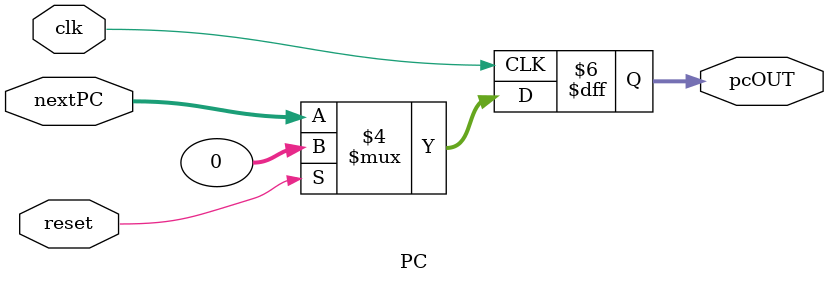
<source format=v>

module PC (
    input clk,                // Clock
    input reset,                // Sinal de reset
    input [31:0] nextPC,        // Próximo valor do PC]
    output reg [31:0] pcOUT     // Output do PC


);

    // O PC inicializa zerado
    initial begin
        pcOUT = 32'h00000000;
    end

    //  Dispara na borda de subida do clock
    always @(posedge clk) begin
        // se foi o reset, zera o PC
        if (reset) begin
            pcOUT <= 32'h00000000;
        // se foi o clock, carrega o próximo valor para o PC
        end else begin
            pcOUT <= nextPC;
        end
    end

endmodule



</source>
